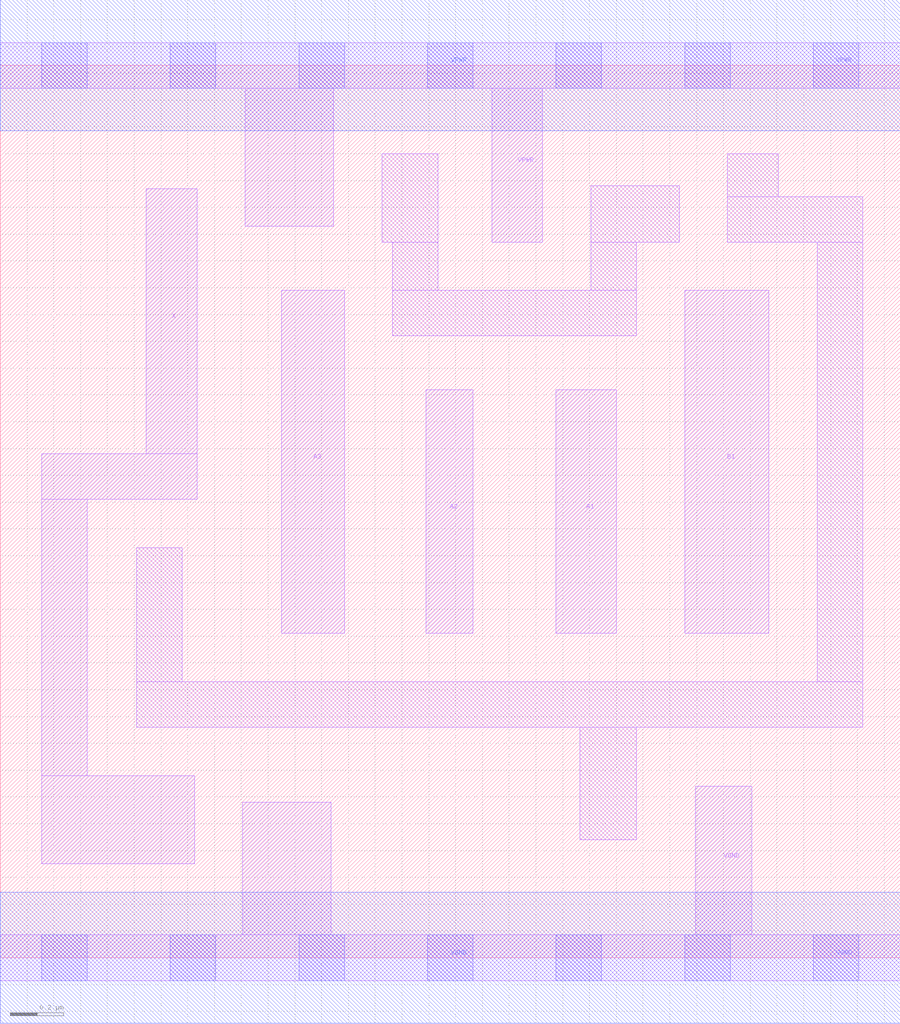
<source format=lef>
# Copyright 2020 The SkyWater PDK Authors
#
# Licensed under the Apache License, Version 2.0 (the "License");
# you may not use this file except in compliance with the License.
# You may obtain a copy of the License at
#
#     https://www.apache.org/licenses/LICENSE-2.0
#
# Unless required by applicable law or agreed to in writing, software
# distributed under the License is distributed on an "AS IS" BASIS,
# WITHOUT WARRANTIES OR CONDITIONS OF ANY KIND, either express or implied.
# See the License for the specific language governing permissions and
# limitations under the License.
#
# SPDX-License-Identifier: Apache-2.0

VERSION 5.7 ;
  NAMESCASESENSITIVE ON ;
  NOWIREEXTENSIONATPIN ON ;
  DIVIDERCHAR "/" ;
  BUSBITCHARS "[]" ;
UNITS
  DATABASE MICRONS 200 ;
END UNITS
MACRO sky130_fd_sc_lp__a31o_m
  CLASS CORE ;
  SOURCE USER ;
  FOREIGN sky130_fd_sc_lp__a31o_m ;
  ORIGIN  0.000000  0.000000 ;
  SIZE  3.360000 BY  3.330000 ;
  SYMMETRY X Y R90 ;
  SITE unit ;
  PIN A1
    ANTENNAGATEAREA  0.126000 ;
    DIRECTION INPUT ;
    USE SIGNAL ;
    PORT
      LAYER li1 ;
        RECT 2.075000 1.210000 2.300000 2.120000 ;
    END
  END A1
  PIN A2
    ANTENNAGATEAREA  0.126000 ;
    DIRECTION INPUT ;
    USE SIGNAL ;
    PORT
      LAYER li1 ;
        RECT 1.590000 1.210000 1.765000 2.120000 ;
    END
  END A2
  PIN A3
    ANTENNAGATEAREA  0.126000 ;
    DIRECTION INPUT ;
    USE SIGNAL ;
    PORT
      LAYER li1 ;
        RECT 1.050000 1.210000 1.285000 2.490000 ;
    END
  END A3
  PIN B1
    ANTENNAGATEAREA  0.126000 ;
    DIRECTION INPUT ;
    USE SIGNAL ;
    PORT
      LAYER li1 ;
        RECT 2.555000 1.210000 2.870000 2.490000 ;
    END
  END B1
  PIN X
    ANTENNADIFFAREA  0.222600 ;
    DIRECTION OUTPUT ;
    USE SIGNAL ;
    PORT
      LAYER li1 ;
        RECT 0.155000 0.350000 0.725000 0.680000 ;
        RECT 0.155000 0.680000 0.325000 1.710000 ;
        RECT 0.155000 1.710000 0.735000 1.880000 ;
        RECT 0.545000 1.880000 0.735000 2.870000 ;
    END
  END X
  PIN VGND
    DIRECTION INOUT ;
    USE GROUND ;
    PORT
      LAYER li1 ;
        RECT 0.000000 -0.085000 3.360000 0.085000 ;
        RECT 0.905000  0.085000 1.235000 0.580000 ;
        RECT 2.595000  0.085000 2.805000 0.640000 ;
      LAYER mcon ;
        RECT 0.155000 -0.085000 0.325000 0.085000 ;
        RECT 0.635000 -0.085000 0.805000 0.085000 ;
        RECT 1.115000 -0.085000 1.285000 0.085000 ;
        RECT 1.595000 -0.085000 1.765000 0.085000 ;
        RECT 2.075000 -0.085000 2.245000 0.085000 ;
        RECT 2.555000 -0.085000 2.725000 0.085000 ;
        RECT 3.035000 -0.085000 3.205000 0.085000 ;
      LAYER met1 ;
        RECT 0.000000 -0.245000 3.360000 0.245000 ;
    END
  END VGND
  PIN VPWR
    DIRECTION INOUT ;
    USE POWER ;
    PORT
      LAYER li1 ;
        RECT 0.000000 3.245000 3.360000 3.415000 ;
        RECT 0.915000 2.730000 1.245000 3.245000 ;
        RECT 1.835000 2.670000 2.025000 3.245000 ;
      LAYER mcon ;
        RECT 0.155000 3.245000 0.325000 3.415000 ;
        RECT 0.635000 3.245000 0.805000 3.415000 ;
        RECT 1.115000 3.245000 1.285000 3.415000 ;
        RECT 1.595000 3.245000 1.765000 3.415000 ;
        RECT 2.075000 3.245000 2.245000 3.415000 ;
        RECT 2.555000 3.245000 2.725000 3.415000 ;
        RECT 3.035000 3.245000 3.205000 3.415000 ;
      LAYER met1 ;
        RECT 0.000000 3.085000 3.360000 3.575000 ;
    END
  END VPWR
  OBS
    LAYER li1 ;
      RECT 0.510000 0.860000 3.220000 1.030000 ;
      RECT 0.510000 1.030000 0.680000 1.530000 ;
      RECT 1.425000 2.670000 1.635000 3.000000 ;
      RECT 1.465000 2.320000 2.375000 2.490000 ;
      RECT 1.465000 2.490000 1.635000 2.670000 ;
      RECT 2.165000 0.440000 2.375000 0.860000 ;
      RECT 2.205000 2.490000 2.375000 2.670000 ;
      RECT 2.205000 2.670000 2.535000 2.880000 ;
      RECT 2.715000 2.670000 3.220000 2.840000 ;
      RECT 2.715000 2.840000 2.905000 3.000000 ;
      RECT 3.050000 1.030000 3.220000 2.670000 ;
  END
END sky130_fd_sc_lp__a31o_m

</source>
